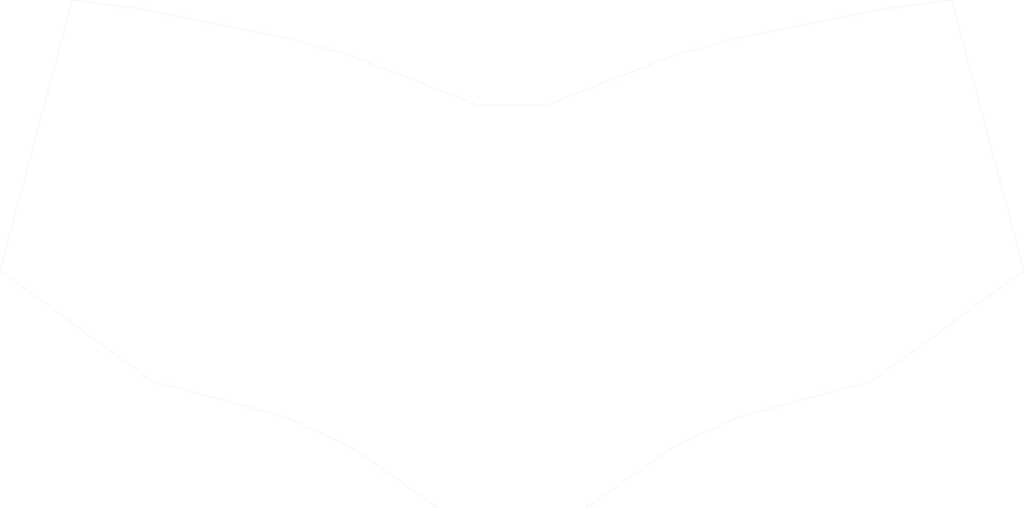
<source format=kicad_pcb>
(kicad_pcb (version 20241229) (generator "pcbnew") (generator_version "9.0")
  (layers (0 "F.Cu" signal) (2 "B.Cu" signal) (13 "F.Paste" user) (15 "B.Paste" user) (5 "F.SilkS" user "F.Silkscreen") (7 "B.SilkS" user "B.Silkscreen") (1 "F.Mask" user) (3 "B.Mask" user) (25 "Edge.Cuts" user))
  (net 0 "")
  (footprint "MountingHole:MountingHole_3.5mm" (layer "F.Cu") (at 187.706 149.479)
    (property "Reference" "REF**" (hide yes))
    (property "Value" "MountingHole_3.5mm")
    (pad "" np_thru_hole circle (at 0 0) (size 3.5 3.5) (drill 3.5) (layers "*.Cu" "*.Mask"))
  )
  (footprint "MountingHole:MountingHole_2.2mm_M2" (layer "F.Cu") (at 243.174029 150.506725)
    (property "Reference" "REF**" (hide yes))
    (property "Value" "MountingHole_2.2mm_M2")
    (pad "" np_thru_hole circle (at 0 0) (size 2.2 2.2) (drill 2.2) (layers "*.Cu" "*.Mask"))
  )
  (footprint "MountingHole:MountingHole_2.2mm_M2" (layer "F.Cu") (at 70.200029 133.615725)
    (property "Reference" "REF**" (hide yes))
    (property "Value" "MountingHole_2.2mm_M2")
    (pad "" np_thru_hole circle (at 0 0) (size 2.2 2.2) (drill 2.2) (layers "*.Cu" "*.Mask"))
  )
  (footprint "MountingHole:MountingHole_2.2mm_M2" (layer "F.Cu") (at 293.339029 74.179725)
    (property "Reference" "REF**" (hide yes))
    (property "Value" "MountingHole_2.2mm_M2")
    (pad "" np_thru_hole circle (at 0 0) (size 2.2 2.2) (drill 2.2) (layers "*.Cu" "*.Mask"))
  )
  (footprint "MountingHole:MountingHole_2.2mm_M2" (layer "F.Cu") (at 220.060029 94.626725)
    (property "Reference" "REF**" (hide yes))
    (property "Value" "MountingHole_2.2mm_M2")
    (pad "" np_thru_hole circle (at 0 0) (size 2.2 2.2) (drill 2.2) (layers "*.Cu" "*.Mask"))
  )
  (footprint "MountingHole:MountingHole_2.2mm_M2" (layer "F.Cu") (at 131.922029 150.506725)
    (property "Reference" "REF**" (hide yes))
    (property "Value" "MountingHole_2.2mm_M2")
    (pad "" np_thru_hole circle (at 0 0) (size 2.2 2.2) (drill 2.2) (layers "*.Cu" "*.Mask"))
  )
  (footprint "MountingHole:MountingHole_2.2mm_M2" (layer "F.Cu") (at 155.036029 94.626725)
    (property "Reference" "REF**" (hide yes))
    (property "Value" "MountingHole_2.2mm_M2")
    (pad "" np_thru_hole circle (at 0 0) (size 2.2 2.2) (drill 2.2) (layers "*.Cu" "*.Mask"))
  )
  (footprint "MountingHole:MountingHole_2.2mm_M2" (layer "F.Cu") (at 304.896029 133.615725)
    (property "Reference" "REF**" (hide yes))
    (property "Value" "MountingHole_2.2mm_M2")
    (pad "" np_thru_hole circle (at 0 0) (size 2.2 2.2) (drill 2.2) (layers "*.Cu" "*.Mask"))
  )
  (footprint "MountingHole:MountingHole_2.2mm_M2" (layer "F.Cu") (at 81.757029 74.179725)
    (property "Reference" "REF**" (hide yes))
    (property "Value" "MountingHole_2.2mm_M2")
    (pad "" np_thru_hole circle (at 0 0) (size 2.2 2.2) (drill 2.2) (layers "*.Cu" "*.Mask"))
  )
  (gr_line (start 269.494002 58.3692) (end 288.239201 54.660798) (stroke (width 0.05)) (layer "Edge.Cuts"))
  (gr_line (start 89.306401 155.905205) (end 48.107603 125.780802) (stroke (width 0.05)) (layer "Edge.Cuts"))
  (gr_line (start 105.613203 58.369203) (end 124.358402 62.077602) (stroke (width 0.05)) (layer "Edge.Cuts"))
  (gr_line (start 167.538402 190.601599) (end 143.967205 174.091599) (stroke (width 0.05)) (layer "Edge.Cuts"))
  (gr_line (start 126.339603 165.862001) (end 89.306401 155.905205) (stroke (width 0.05)) (layer "Edge.Cuts"))
  (gr_line (start 178.409596 80.821695) (end 196.748402 80.821691) (stroke (width 0.05)) (layer "Edge.Cuts"))
  (gr_line (start 142.748001 67.005197) (end 178.409596 80.821695) (stroke (width 0.05)) (layer "Edge.Cuts"))
  (gr_line (start 288.239201 54.660798) (end 307.340006 52.171603) (stroke (width 0.05)) (layer "Edge.Cuts"))
  (gr_line (start 124.358402 62.077602) (end 142.748001 67.005197) (stroke (width 0.05)) (layer "Edge.Cuts"))
  (gr_line (start 67.818003 52.1716) (end 86.918801 54.660794) (stroke (width 0.05)) (layer "Edge.Cuts"))
  (gr_line (start 196.748402 80.821691) (end 232.410005 67.005202) (stroke (width 0.05)) (layer "Edge.Cuts"))
  (gr_line (start 232.410005 67.005202) (end 250.7996 62.077598) (stroke (width 0.05)) (layer "Edge.Cuts"))
  (gr_line (start 248.818399 165.862006) (end 231.190803 174.091599) (stroke (width 0.05)) (layer "Edge.Cuts"))
  (gr_line (start 327.0504 125.831606) (end 285.800803 155.9052) (stroke (width 0.05)) (layer "Edge.Cuts"))
  (gr_line (start 143.967205 174.091599) (end 126.339603 165.862001) (stroke (width 0.05)) (layer "Edge.Cuts"))
  (gr_line (start 250.7996 62.077598) (end 269.494002 58.3692) (stroke (width 0.05)) (layer "Edge.Cuts"))
  (gr_line (start 307.340006 52.171603) (end 327.0504 125.831606) (stroke (width 0.05)) (layer "Edge.Cuts"))
  (gr_line (start 285.800803 155.9052) (end 248.818399 165.862006) (stroke (width 0.05)) (layer "Edge.Cuts"))
  (gr_line (start 207.6196 190.601597) (end 167.538402 190.601599) (stroke (width 0.05)) (layer "Edge.Cuts"))
  (gr_line (start 231.190803 174.091599) (end 207.6196 190.601597) (stroke (width 0.05)) (layer "Edge.Cuts"))
  (gr_line (start 86.918801 54.660794) (end 105.613203 58.369203) (stroke (width 0.05)) (layer "Edge.Cuts"))
  (gr_line (start 48.107603 125.780802) (end 67.818003 52.1716) (stroke (width 0.05)) (layer "Edge.Cuts"))
)
</source>
